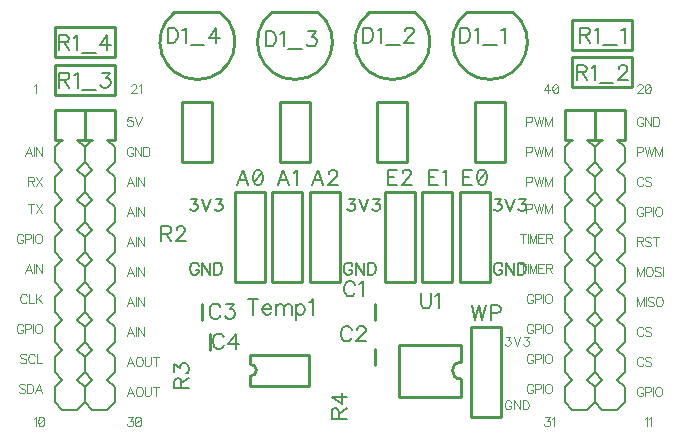
<source format=gto>
G04 DipTrace 3.2.0.1*
G04 PCBTutorial.gto*
%MOIN*%
G04 #@! TF.FileFunction,Legend,Top*
G04 #@! TF.Part,Single*
%ADD10C,0.009843*%
%ADD26C,0.008*%
%ADD27C,0.009*%
%ADD58C,0.00772*%
%ADD59C,0.006176*%
%ADD60C,0.004632*%
%ADD62C,0.003281*%
%FSLAX26Y26*%
G04*
G70*
G90*
G75*
G01*
G04 TopSilk*
%LPD*%
X1635360Y869571D2*
D10*
Y818429D1*
Y719571D2*
Y668429D1*
X1060360Y869571D2*
Y818429D1*
X1085360Y769571D2*
Y718429D1*
X1944062Y1843993D2*
X2093938D1*
X1943762Y1843768D2*
G03X2094238Y1843768I75238J-99796D01*
G01*
X1619062Y1843993D2*
X1768938D1*
X1618762Y1843768D2*
G03X1769238Y1843768I75238J-99796D01*
G01*
X1294062Y1843993D2*
X1443938D1*
X1293762Y1843768D2*
G03X1444238Y1843768I75238J-99796D01*
G01*
X969062Y1843993D2*
X1118938D1*
X968762Y1843768D2*
G03X1119238Y1843768I75238J-99796D01*
G01*
X1168995Y944019D2*
X1269000D1*
Y1243981D1*
X1168995D1*
Y944019D1*
X1293995D2*
X1394000D1*
Y1243981D1*
X1293995D1*
Y944019D1*
X1418995D2*
X1519000D1*
Y1243981D1*
X1418995D1*
Y944019D1*
X2019005Y1243981D2*
X1919000D1*
Y944019D1*
X2019005D1*
Y1243981D1*
X1894005D2*
X1794000D1*
Y944019D1*
X1894005D1*
Y1243981D1*
X1769005D2*
X1669000D1*
Y944019D1*
X1769005D1*
Y1243981D1*
X1956495Y494019D2*
X2056500D1*
Y793981D1*
X1956495D1*
Y494019D1*
X2069005Y1544012D2*
X1969000D1*
Y1343988D1*
X2069005D1*
Y1544012D1*
X1744005D2*
X1644000D1*
Y1343988D1*
X1744005D1*
Y1544012D1*
X1419005D2*
X1319000D1*
Y1343988D1*
X1419005D1*
Y1544012D1*
X1094005D2*
X994000D1*
Y1343988D1*
X1094005D1*
Y1544012D1*
X2294180Y1819000D2*
X2493820D1*
Y1719000D2*
Y1819000D1*
X2294180Y1719000D2*
X2493820D1*
X2294180D2*
Y1819000D1*
Y1694000D2*
X2493820D1*
Y1594000D2*
Y1694000D1*
X2294180Y1594000D2*
X2493820D1*
X2294180D2*
Y1694000D1*
X768820Y1569000D2*
X569180D1*
Y1669000D2*
Y1569000D1*
X768820Y1669000D2*
X569180D1*
X768820D2*
Y1569000D1*
Y1694000D2*
X569180D1*
Y1794000D2*
Y1694000D1*
X768820Y1794000D2*
X569180D1*
X768820D2*
Y1694000D1*
X1220573Y599111D2*
X1417427D1*
X1220573Y701487D2*
X1417427D1*
Y599111D2*
Y701487D1*
X1220573Y630605D2*
Y599111D1*
Y669994D2*
Y701487D1*
Y630605D2*
G03X1220573Y669994I-9J19694D01*
G01*
X1921361Y734929D2*
X1716639D1*
X1921361Y561732D2*
X1716639D1*
Y734929D2*
Y561732D1*
X1921361Y734929D2*
Y675902D1*
Y620760D2*
Y561732D1*
Y675902D2*
G03X1921361Y620760I15J-27571D01*
G01*
X669062Y844002D2*
D26*
X644047Y819002D1*
X594016D2*
X569001Y844002D1*
X644047Y1018997D2*
X669062Y993997D1*
Y943999D2*
X644047Y919000D1*
X594016D2*
X569001Y943999D1*
Y993997D1*
X594016Y1018997D1*
X669062Y894000D2*
X644047Y919000D1*
X594016D2*
X569001Y894000D1*
Y844002D2*
Y894000D1*
X669062Y1143993D2*
X644047Y1118994D1*
X594016D2*
X569001Y1143993D1*
X644047Y1118994D2*
X669062Y1093995D1*
Y1043996D2*
X644047Y1018997D1*
X594016D2*
X569001Y1043996D1*
Y1093995D1*
X594016Y1118994D1*
X644047Y1318988D2*
X669062Y1293989D1*
Y1243991D2*
X644047Y1218991D1*
X594016D2*
X569001Y1243991D1*
Y1293989D1*
X594016Y1318988D1*
X669062Y1193992D2*
X644047Y1218991D1*
X594016D2*
X569001Y1193992D1*
Y1143993D2*
Y1193992D1*
X644047Y1418986D2*
X669062Y1393986D1*
Y1343988D2*
X644047Y1318988D1*
X594016D2*
X569001Y1343988D1*
Y1393986D1*
X594016Y1418986D1*
X669062Y744004D2*
X644047Y719005D1*
X594016D2*
X569001Y744004D1*
X669062Y794003D2*
X644047Y819002D1*
X594016D2*
X569001Y794003D1*
Y744004D2*
Y794003D1*
X669062Y644007D2*
X644047Y619008D1*
X594016D2*
X569001Y644007D1*
X669062Y694006D2*
X644047Y719005D1*
X594016D2*
X569001Y694006D1*
Y644007D2*
Y694006D1*
X669062Y544010D2*
X644047Y519011D1*
X594016D1*
X569001Y544010D1*
X669062Y594009D2*
X644047Y619008D1*
X594016D2*
X569001Y594009D1*
Y544010D2*
Y594009D1*
X594016Y1418986D2*
D27*
X569001D1*
Y1518983D1*
X669062D1*
Y1418986D2*
X644047D1*
X768908Y894000D2*
D26*
Y844002D1*
X743892Y819002D1*
X694078D2*
X669062Y844002D1*
X743892Y1018997D2*
X768908Y993997D1*
Y943999D1*
X743892Y919000D1*
X694078D2*
X669062Y943999D1*
Y993997D1*
X694078Y1018997D1*
X768908Y894000D2*
X743892Y919000D1*
X694078D2*
X669062Y894000D1*
Y844002D2*
Y894000D1*
X768908Y1193992D2*
Y1143993D1*
X743892Y1118994D1*
X694078D2*
X669062Y1143993D1*
X743892Y1118994D2*
X768908Y1093995D1*
Y1043996D1*
X743892Y1018997D1*
X694078D2*
X669062Y1043996D1*
Y1093995D1*
X694078Y1118994D1*
X743892Y1318988D2*
X768908Y1293989D1*
Y1243991D1*
X743892Y1218991D1*
X694078D2*
X669062Y1243991D1*
Y1293989D1*
X694078Y1318988D1*
X768908Y1193992D2*
X743892Y1218991D1*
X694078D2*
X669062Y1193992D1*
Y1143993D2*
Y1193992D1*
X743892Y1418986D2*
X768908Y1393986D1*
Y1343988D1*
X743892Y1318988D1*
X694078D2*
X669062Y1343988D1*
Y1393986D1*
X694078Y1418986D1*
X768908Y794003D2*
Y744004D1*
X743892Y719005D1*
X694078D2*
X669062Y744004D1*
X768908Y794003D2*
X743892Y819002D1*
X694078D2*
X669062Y794003D1*
Y744004D2*
Y794003D1*
X768908Y694006D2*
Y644007D1*
X743892Y619008D1*
X694078D2*
X669062Y644007D1*
X768908Y694006D2*
X743892Y719005D1*
X694078D2*
X669062Y694006D1*
Y644007D2*
Y694006D1*
X768908Y594009D2*
Y544010D1*
X743892Y519011D1*
X694078D1*
X669062Y544010D1*
X768908Y594009D2*
X743892Y619008D1*
X694078D2*
X669062Y594009D1*
Y544010D2*
Y594009D1*
X694078Y1418986D2*
D27*
X669062D1*
Y1518983D1*
X768908D1*
Y1418986D1*
X743892D1*
X2369023Y844002D2*
D26*
X2344008Y819002D1*
X2293977D2*
X2268962Y844002D1*
X2344008Y1018997D2*
X2369023Y993997D1*
Y943999D2*
X2344008Y919000D1*
X2293977D2*
X2268962Y943999D1*
Y993997D1*
X2293977Y1018997D1*
X2369023Y894000D2*
X2344008Y919000D1*
X2293977D2*
X2268962Y894000D1*
Y844002D2*
Y894000D1*
X2369023Y1143993D2*
X2344008Y1118994D1*
X2293977D2*
X2268962Y1143993D1*
X2344008Y1118994D2*
X2369023Y1093995D1*
Y1043996D2*
X2344008Y1018997D1*
X2293977D2*
X2268962Y1043996D1*
Y1093995D1*
X2293977Y1118994D1*
X2344008Y1318988D2*
X2369023Y1293989D1*
Y1243991D2*
X2344008Y1218991D1*
X2293977D2*
X2268962Y1243991D1*
Y1293989D1*
X2293977Y1318988D1*
X2369023Y1193992D2*
X2344008Y1218991D1*
X2293977D2*
X2268962Y1193992D1*
Y1143993D2*
Y1193992D1*
X2344008Y1418986D2*
X2369023Y1393986D1*
Y1343988D2*
X2344008Y1318988D1*
X2293977D2*
X2268962Y1343988D1*
Y1393986D1*
X2293977Y1418986D1*
X2369023Y744004D2*
X2344008Y719005D1*
X2293977D2*
X2268962Y744004D1*
X2369023Y794003D2*
X2344008Y819002D1*
X2293977D2*
X2268962Y794003D1*
Y744004D2*
Y794003D1*
X2369023Y644007D2*
X2344008Y619008D1*
X2293977D2*
X2268962Y644007D1*
X2369023Y694006D2*
X2344008Y719005D1*
X2293977D2*
X2268962Y694006D1*
Y644007D2*
Y694006D1*
X2369023Y544010D2*
X2344008Y519011D1*
X2293977D1*
X2268962Y544010D1*
X2369023Y594009D2*
X2344008Y619008D1*
X2293977D2*
X2268962Y594009D1*
Y544010D2*
Y594009D1*
X2293977Y1418986D2*
D27*
X2268962D1*
Y1518983D1*
X2369023D1*
Y1418986D2*
X2344008D1*
X2469084Y894000D2*
D26*
Y844002D1*
X2444069Y819002D1*
X2394038D2*
X2369023Y844002D1*
X2444069Y1018997D2*
X2469084Y993997D1*
Y943999D1*
X2444069Y919000D1*
X2394038D2*
X2369023Y943999D1*
Y993997D1*
X2394038Y1018997D1*
X2469084Y894000D2*
X2444069Y919000D1*
X2394038D2*
X2369023Y894000D1*
Y844002D2*
Y894000D1*
X2469084Y1193992D2*
Y1143993D1*
X2444069Y1118994D1*
X2394038D2*
X2369023Y1143993D1*
X2444069Y1118994D2*
X2469084Y1093995D1*
Y1043996D1*
X2444069Y1018997D1*
X2394038D2*
X2369023Y1043996D1*
Y1093995D1*
X2394038Y1118994D1*
X2444069Y1318988D2*
X2469084Y1293989D1*
Y1243991D1*
X2444069Y1218991D1*
X2394038D2*
X2369023Y1243991D1*
Y1293989D1*
X2394038Y1318988D1*
X2469084Y1193992D2*
X2444069Y1218991D1*
X2394038D2*
X2369023Y1193992D1*
Y1143993D2*
Y1193992D1*
X2444069Y1418986D2*
X2469084Y1393986D1*
Y1343988D1*
X2444069Y1318988D1*
X2394038D2*
X2369023Y1343988D1*
Y1393986D1*
X2394038Y1418986D1*
X2469084Y794003D2*
Y744004D1*
X2444069Y719005D1*
X2394038D2*
X2369023Y744004D1*
X2469084Y794003D2*
X2444069Y819002D1*
X2394038D2*
X2369023Y794003D1*
Y744004D2*
Y794003D1*
X2469084Y694006D2*
Y644007D1*
X2444069Y619008D1*
X2394038D2*
X2369023Y644007D1*
X2469084Y694006D2*
X2444069Y719005D1*
X2394038D2*
X2369023Y694006D1*
Y644007D2*
Y694006D1*
X2469084Y594009D2*
Y544010D1*
X2444069Y519011D1*
X2394038D1*
X2369023Y544010D1*
X2469084Y594009D2*
X2444069Y619008D1*
X2394038D2*
X2369023Y594009D1*
Y544010D2*
Y594009D1*
X2394038Y1418986D2*
D27*
X2369023D1*
Y1518983D1*
X2469084D1*
Y1418986D1*
X2444069D1*
X1568702Y934812D2*
D58*
X1566325Y939566D1*
X1561516Y944374D1*
X1556763Y946751D1*
X1547202D1*
X1542393Y944374D1*
X1537640Y939566D1*
X1535208Y934812D1*
X1532832Y927627D1*
Y915634D1*
X1535208Y908504D1*
X1537640Y903696D1*
X1542393Y898942D1*
X1547202Y896511D1*
X1556763D1*
X1561516Y898942D1*
X1566325Y903696D1*
X1568702Y908504D1*
X1584141Y937134D2*
X1588949Y939566D1*
X1596134Y946695D1*
Y896511D1*
X1557952Y784812D2*
X1555575Y789566D1*
X1550767Y794374D1*
X1546013Y796751D1*
X1536452D1*
X1531643Y794374D1*
X1526890Y789566D1*
X1524458Y784812D1*
X1522082Y777627D1*
Y765634D1*
X1524458Y758504D1*
X1526890Y753696D1*
X1531643Y748942D1*
X1536452Y746511D1*
X1546013D1*
X1550767Y748942D1*
X1555575Y753696D1*
X1557952Y758504D1*
X1575823Y784757D2*
Y787134D1*
X1578199Y791942D1*
X1580576Y794319D1*
X1585384Y796695D1*
X1594946D1*
X1599699Y794319D1*
X1602076Y791942D1*
X1604508Y787134D1*
Y782381D1*
X1602076Y777572D1*
X1597323Y770442D1*
X1573391Y746511D1*
X1606884D1*
X1120452Y859812D2*
X1118075Y864566D1*
X1113267Y869374D1*
X1108513Y871751D1*
X1098952D1*
X1094143Y869374D1*
X1089390Y864566D1*
X1086958Y859812D1*
X1084582Y852627D1*
Y840634D1*
X1086958Y833504D1*
X1089390Y828696D1*
X1094143Y823942D1*
X1098952Y821511D1*
X1108513D1*
X1113267Y823942D1*
X1118075Y828696D1*
X1120452Y833504D1*
X1140699Y871695D2*
X1166952D1*
X1152638Y852572D1*
X1159823D1*
X1164576Y850196D1*
X1166952Y847819D1*
X1169384Y840634D1*
Y835881D1*
X1166952Y828696D1*
X1162199Y823887D1*
X1155014Y821511D1*
X1147829D1*
X1140699Y823887D1*
X1138323Y826319D1*
X1135891Y831072D1*
X1131763Y759812D2*
X1129387Y764566D1*
X1124578Y769374D1*
X1119825Y771751D1*
X1110263D1*
X1105455Y769374D1*
X1100702Y764566D1*
X1098270Y759812D1*
X1095893Y752627D1*
Y740634D1*
X1098270Y733504D1*
X1100702Y728696D1*
X1105455Y723942D1*
X1110263Y721511D1*
X1119825D1*
X1124578Y723942D1*
X1129387Y728696D1*
X1131763Y733504D1*
X1171134Y721511D2*
Y771695D1*
X1147203Y738257D1*
X1183072D1*
X1919385Y1792217D2*
Y1741977D1*
X1936132D1*
X1943317Y1744408D1*
X1948125Y1749162D1*
X1950502Y1753970D1*
X1952879Y1761100D1*
Y1773093D1*
X1950502Y1780278D1*
X1948125Y1785031D1*
X1943317Y1789840D1*
X1936132Y1792217D1*
X1919385D1*
X1968318Y1782600D2*
X1973126Y1785031D1*
X1980311Y1792161D1*
Y1741977D1*
X1995751Y1733686D2*
X2041182D1*
X2056621Y1782600D2*
X2061430Y1785031D1*
X2068615Y1792161D1*
Y1741977D1*
X1596135Y1792217D2*
Y1741977D1*
X1612882D1*
X1620067Y1744408D1*
X1624875Y1749162D1*
X1627252Y1753970D1*
X1629629Y1761100D1*
Y1773093D1*
X1627252Y1780278D1*
X1624875Y1785031D1*
X1620067Y1789840D1*
X1612882Y1792217D1*
X1596135D1*
X1645068Y1782600D2*
X1649876Y1785031D1*
X1657061Y1792161D1*
Y1741977D1*
X1672501Y1733686D2*
X1717932D1*
X1735803Y1780223D2*
Y1782600D1*
X1738180Y1787408D1*
X1740556Y1789785D1*
X1745365Y1792161D1*
X1754927D1*
X1759680Y1789785D1*
X1762056Y1787408D1*
X1764488Y1782600D1*
Y1777846D1*
X1762056Y1773038D1*
X1757303Y1765908D1*
X1733371Y1741977D1*
X1766865D1*
X1271135Y1779717D2*
Y1729477D1*
X1287882D1*
X1295067Y1731908D1*
X1299875Y1736662D1*
X1302252Y1741470D1*
X1304629Y1748600D1*
Y1760593D1*
X1302252Y1767778D1*
X1299875Y1772531D1*
X1295067Y1777340D1*
X1287882Y1779717D1*
X1271135D1*
X1320068Y1770100D2*
X1324876Y1772531D1*
X1332061Y1779661D1*
Y1729477D1*
X1347501Y1721186D2*
X1392932D1*
X1413180Y1779661D2*
X1439433D1*
X1425118Y1760538D1*
X1432303D1*
X1437056Y1758161D1*
X1439433Y1755785D1*
X1441865Y1748600D1*
Y1743847D1*
X1439433Y1736662D1*
X1434680Y1731853D1*
X1427495Y1729477D1*
X1420310D1*
X1413180Y1731853D1*
X1410803Y1734285D1*
X1408371Y1739038D1*
X944947Y1792217D2*
Y1741977D1*
X961694D1*
X968879Y1744408D1*
X973687Y1749162D1*
X976064Y1753970D1*
X978440Y1761100D1*
Y1773093D1*
X976064Y1780278D1*
X973687Y1785031D1*
X968879Y1789840D1*
X961694Y1792217D1*
X944947D1*
X993880Y1782600D2*
X998688Y1785031D1*
X1005873Y1792161D1*
Y1741977D1*
X1021312Y1733686D2*
X1066744D1*
X1106115Y1741977D2*
Y1792161D1*
X1082183Y1758723D1*
X1118053D1*
X1213685Y1266983D2*
X1194506Y1317223D1*
X1175383Y1266983D1*
X1182568Y1283730D2*
X1206500D1*
X1243494Y1317168D2*
X1236309Y1314791D1*
X1231500Y1307606D1*
X1229124Y1295668D1*
Y1288483D1*
X1231500Y1276545D1*
X1236309Y1269360D1*
X1243494Y1266983D1*
X1248247D1*
X1255432Y1269360D1*
X1260185Y1276545D1*
X1262617Y1288483D1*
Y1295668D1*
X1260185Y1307606D1*
X1255432Y1314791D1*
X1248247Y1317168D1*
X1243494D1*
X1260185Y1307606D2*
X1231500Y1276545D1*
X1349435Y1266983D2*
X1330256Y1317223D1*
X1311133Y1266983D1*
X1318318Y1283730D2*
X1342249D1*
X1364874Y1307606D2*
X1369682Y1310038D1*
X1376867Y1317168D1*
Y1266983D1*
X1463685D2*
X1444506Y1317223D1*
X1425383Y1266983D1*
X1432568Y1283730D2*
X1456500D1*
X1481556Y1305230D2*
Y1307606D1*
X1483932Y1312415D1*
X1486309Y1314791D1*
X1491117Y1317168D1*
X1500679D1*
X1505432Y1314791D1*
X1507809Y1312415D1*
X1510241Y1307606D1*
Y1302853D1*
X1507809Y1298045D1*
X1503056Y1290915D1*
X1479124Y1266983D1*
X1512617D1*
X1960064Y1319093D2*
X1929003D1*
Y1268853D1*
X1960064D1*
X1929003Y1295161D2*
X1948126D1*
X1989874Y1319038D2*
X1982689Y1316661D1*
X1977880Y1309476D1*
X1975504Y1297538D1*
Y1290353D1*
X1977880Y1278415D1*
X1982689Y1271230D1*
X1989874Y1268853D1*
X1994627D1*
X2001812Y1271230D1*
X2006565Y1278415D1*
X2008997Y1290353D1*
Y1297538D1*
X2006565Y1309476D1*
X2001812Y1316661D1*
X1994627Y1319038D1*
X1989874D1*
X2006565Y1309476D2*
X1977880Y1278415D1*
X1845814Y1319093D2*
X1814753D1*
Y1268853D1*
X1845814D1*
X1814753Y1295161D2*
X1833876D1*
X1861254Y1309476D2*
X1866062Y1311908D1*
X1873247Y1319038D1*
Y1268853D1*
X1710064Y1319093D2*
X1679003D1*
Y1268853D1*
X1710064D1*
X1679003Y1295161D2*
X1698126D1*
X1727936Y1307100D2*
Y1309476D1*
X1730312Y1314285D1*
X1732689Y1316661D1*
X1737497Y1319038D1*
X1747059D1*
X1751812Y1316661D1*
X1754189Y1314285D1*
X1756620Y1309476D1*
Y1304723D1*
X1754189Y1299915D1*
X1749435Y1292785D1*
X1725504Y1268853D1*
X1758997D1*
X1958102Y867223D2*
X1970095Y816983D1*
X1982034Y867223D1*
X1993972Y816983D1*
X2005965Y867223D1*
X2021405Y840915D2*
X2042960D1*
X2050090Y843291D1*
X2052521Y845723D1*
X2054898Y850476D1*
Y857661D1*
X2052521Y862415D1*
X2050090Y864846D1*
X2042960Y867223D1*
X2021405D1*
Y816983D1*
X923259Y1105693D2*
X944759D1*
X951944Y1108125D1*
X954376Y1110501D1*
X956753Y1115255D1*
Y1120063D1*
X954376Y1124816D1*
X951944Y1127248D1*
X944759Y1129625D1*
X923259D1*
Y1079385D1*
X940006Y1105693D2*
X956753Y1079385D1*
X974624Y1117631D2*
Y1120008D1*
X977001Y1124816D1*
X979377Y1127193D1*
X984186Y1129569D1*
X993747D1*
X998500Y1127193D1*
X1000877Y1124816D1*
X1003309Y1120008D1*
Y1115255D1*
X1000877Y1110446D1*
X996124Y1103316D1*
X972192Y1079385D1*
X1005685D1*
X990181Y590189D2*
Y611689D1*
X987749Y618874D1*
X985373Y621305D1*
X980620Y623682D1*
X975811D1*
X971058Y621305D1*
X968626Y618874D1*
X966249Y611689D1*
Y590189D1*
X1016489D1*
X990181Y606935D2*
X1016489Y623682D1*
X966305Y643930D2*
Y670183D1*
X985428Y655868D1*
Y663053D1*
X987805Y667806D1*
X990181Y670183D1*
X997366Y672615D1*
X1002119D1*
X1009304Y670183D1*
X1014113Y665430D1*
X1016489Y658244D1*
Y651059D1*
X1014113Y643930D1*
X1011681Y641553D1*
X1006928Y639121D1*
X1515181Y489000D2*
Y510500D1*
X1512749Y517685D1*
X1510373Y520117D1*
X1505620Y522494D1*
X1500811D1*
X1496058Y520117D1*
X1493626Y517685D1*
X1491249Y510500D1*
Y489000D1*
X1541489D1*
X1515181Y505747D2*
X1541489Y522494D1*
Y561865D2*
X1491305D1*
X1524743Y537933D1*
Y573803D1*
X2319385Y1768291D2*
X2340885D1*
X2348070Y1770723D1*
X2350502Y1773100D1*
X2352879Y1777853D1*
Y1782661D1*
X2350502Y1787415D1*
X2348070Y1789846D1*
X2340885Y1792223D1*
X2319385D1*
Y1741983D1*
X2336132Y1768291D2*
X2352879Y1741983D1*
X2368318Y1782606D2*
X2373126Y1785038D1*
X2380311Y1792168D1*
Y1741983D1*
X2395751Y1733693D2*
X2441182D1*
X2456621Y1782606D2*
X2461430Y1785038D1*
X2468615Y1792168D1*
Y1741983D1*
X2308635Y1643291D2*
X2330135D1*
X2337320Y1645723D1*
X2339752Y1648100D1*
X2342129Y1652853D1*
Y1657661D1*
X2339752Y1662415D1*
X2337320Y1664846D1*
X2330135Y1667223D1*
X2308635D1*
Y1616983D1*
X2325382Y1643291D2*
X2342129Y1616983D1*
X2357568Y1657606D2*
X2362376Y1660038D1*
X2369561Y1667168D1*
Y1616983D1*
X2385001Y1608693D2*
X2430432D1*
X2448303Y1655230D2*
Y1657606D1*
X2450680Y1662415D1*
X2453056Y1664791D1*
X2457865Y1667168D1*
X2467427D1*
X2472180Y1664791D1*
X2474556Y1662415D1*
X2476988Y1657606D1*
Y1652853D1*
X2474556Y1648045D1*
X2469803Y1640915D1*
X2445871Y1616983D1*
X2479365D1*
X583635Y1618291D2*
X605135D1*
X612320Y1620723D1*
X614752Y1623100D1*
X617129Y1627853D1*
Y1632661D1*
X614752Y1637415D1*
X612320Y1639846D1*
X605135Y1642223D1*
X583635D1*
Y1591983D1*
X600382Y1618291D2*
X617129Y1591983D1*
X632568Y1632606D2*
X637376Y1635038D1*
X644561Y1642168D1*
Y1591983D1*
X660001Y1583693D2*
X705432D1*
X725680Y1642168D2*
X751933D1*
X737618Y1623045D1*
X744803D1*
X749556Y1620668D1*
X751933Y1618291D1*
X754365Y1611106D1*
Y1606353D1*
X751933Y1599168D1*
X747180Y1594360D1*
X739995Y1591983D1*
X732810D1*
X725680Y1594360D1*
X723303Y1596792D1*
X720871Y1601545D1*
X582447Y1743291D2*
X603947D1*
X611132Y1745723D1*
X613564Y1748100D1*
X615940Y1752853D1*
Y1757661D1*
X613564Y1762415D1*
X611132Y1764846D1*
X603947Y1767223D1*
X582447D1*
Y1716983D1*
X599194Y1743291D2*
X615940Y1716983D1*
X631380Y1757606D2*
X636188Y1760038D1*
X643373Y1767168D1*
Y1716983D1*
X658812Y1708693D2*
X704244D1*
X743615Y1716983D2*
Y1767168D1*
X719683Y1733730D1*
X755553D1*
X1228650Y886022D2*
Y835782D1*
X1211903Y886022D2*
X1245396D1*
X1260836Y854906D2*
X1289521D1*
Y859714D1*
X1287144Y864522D1*
X1284767Y866899D1*
X1279959Y869276D1*
X1272774D1*
X1268021Y866899D1*
X1263212Y862091D1*
X1260836Y854906D1*
Y850152D1*
X1263212Y842967D1*
X1268021Y838214D1*
X1272774Y835782D1*
X1279959D1*
X1284767Y838214D1*
X1289521Y842967D1*
X1304960Y869276D2*
Y835782D1*
Y859714D2*
X1312145Y866899D1*
X1316953Y869276D1*
X1324083D1*
X1328892Y866899D1*
X1331268Y859714D1*
Y835782D1*
Y859714D2*
X1338453Y866899D1*
X1343262Y869276D1*
X1350391D1*
X1355200Y866899D1*
X1357632Y859714D1*
Y835782D1*
X1373071Y869276D2*
Y819036D1*
Y862091D2*
X1377879Y866844D1*
X1382633Y869276D1*
X1389818D1*
X1394626Y866844D1*
X1399379Y862091D1*
X1401811Y854906D1*
Y850097D1*
X1399379Y842967D1*
X1394626Y838159D1*
X1389818Y835782D1*
X1382633D1*
X1377879Y838159D1*
X1373071Y842967D1*
X1417250Y876405D2*
X1422059Y878837D1*
X1429244Y885967D1*
Y835782D1*
X1788537Y906593D2*
Y870723D1*
X1790914Y863538D1*
X1795722Y858785D1*
X1802907Y856353D1*
X1807660D1*
X1814845Y858785D1*
X1819654Y863538D1*
X1822030Y870723D1*
Y906593D1*
X1837470Y896976D2*
X1842278Y899408D1*
X1849463Y906538D1*
Y856353D1*
X1022847Y1220977D2*
D59*
X1043849D1*
X1032397Y1205678D1*
X1038145D1*
X1041948Y1203777D1*
X1043849Y1201876D1*
X1045795Y1196128D1*
Y1192325D1*
X1043849Y1186577D1*
X1040047Y1182730D1*
X1034299Y1180829D1*
X1028550D1*
X1022847Y1182730D1*
X1020945Y1184676D1*
X1019000Y1188478D1*
X1058146Y1221021D2*
X1073445Y1180829D1*
X1088743Y1221021D1*
X1104941Y1220977D2*
X1125944D1*
X1114492Y1205678D1*
X1120240D1*
X1124043Y1203777D1*
X1125944Y1201876D1*
X1127889Y1196128D1*
Y1192325D1*
X1125944Y1186577D1*
X1122141Y1182730D1*
X1116393Y1180829D1*
X1110645D1*
X1104941Y1182730D1*
X1103040Y1184676D1*
X1101095Y1188478D1*
X1047696Y998970D2*
X1045795Y1002773D1*
X1041948Y1006620D1*
X1038145Y1008521D1*
X1030496D1*
X1026649Y1006620D1*
X1022847Y1002773D1*
X1020901Y998970D1*
X1019000Y993222D1*
Y983628D1*
X1020901Y977924D1*
X1022847Y974077D1*
X1026649Y970274D1*
X1030496Y968329D1*
X1038145D1*
X1041948Y970274D1*
X1045795Y974077D1*
X1047696Y977924D1*
Y983628D1*
X1038145D1*
X1086842Y1008521D2*
Y968329D1*
X1060047Y1008521D1*
Y968329D1*
X1099193Y1008521D2*
Y968329D1*
X1112591D1*
X1118339Y970274D1*
X1122185Y974077D1*
X1124087Y977924D1*
X1125988Y983628D1*
Y993222D1*
X1124087Y998970D1*
X1122185Y1002773D1*
X1118339Y1006620D1*
X1112591Y1008521D1*
X1099193D1*
X1547847Y1220977D2*
X1568849D1*
X1557397Y1205678D1*
X1563145D1*
X1566948Y1203777D1*
X1568849Y1201876D1*
X1570795Y1196128D1*
Y1192325D1*
X1568849Y1186577D1*
X1565047Y1182730D1*
X1559299Y1180829D1*
X1553550D1*
X1547847Y1182730D1*
X1545945Y1184676D1*
X1544000Y1188478D1*
X1583146Y1221021D2*
X1598445Y1180829D1*
X1613743Y1221021D1*
X1629941Y1220977D2*
X1650944D1*
X1639492Y1205678D1*
X1645240D1*
X1649043Y1203777D1*
X1650944Y1201876D1*
X1652889Y1196128D1*
Y1192325D1*
X1650944Y1186577D1*
X1647141Y1182730D1*
X1641393Y1180829D1*
X1635645D1*
X1629941Y1182730D1*
X1628040Y1184676D1*
X1626095Y1188478D1*
X1560196Y998970D2*
X1558295Y1002773D1*
X1554448Y1006620D1*
X1550645Y1008521D1*
X1542996D1*
X1539149Y1006620D1*
X1535347Y1002773D1*
X1533401Y998970D1*
X1531500Y993222D1*
Y983628D1*
X1533401Y977924D1*
X1535347Y974077D1*
X1539149Y970274D1*
X1542996Y968329D1*
X1550645D1*
X1554448Y970274D1*
X1558295Y974077D1*
X1560196Y977924D1*
Y983628D1*
X1550645D1*
X1599342Y1008521D2*
Y968329D1*
X1572547Y1008521D1*
Y968329D1*
X1611693Y1008521D2*
Y968329D1*
X1625091D1*
X1630839Y970274D1*
X1634685Y974077D1*
X1636587Y977924D1*
X1638488Y983628D1*
Y993222D1*
X1636587Y998970D1*
X1634685Y1002773D1*
X1630839Y1006620D1*
X1625091Y1008521D1*
X1611693D1*
X2035347Y1220977D2*
X2056349D1*
X2044897Y1205678D1*
X2050645D1*
X2054448Y1203777D1*
X2056349Y1201876D1*
X2058295Y1196128D1*
Y1192325D1*
X2056349Y1186577D1*
X2052547Y1182730D1*
X2046799Y1180829D1*
X2041050D1*
X2035347Y1182730D1*
X2033445Y1184676D1*
X2031500Y1188478D1*
X2070646Y1221021D2*
X2085945Y1180829D1*
X2101243Y1221021D1*
X2117441Y1220977D2*
X2138444D1*
X2126992Y1205678D1*
X2132740D1*
X2136543Y1203777D1*
X2138444Y1201876D1*
X2140389Y1196128D1*
Y1192325D1*
X2138444Y1186577D1*
X2134641Y1182730D1*
X2128893Y1180829D1*
X2123145D1*
X2117441Y1182730D1*
X2115540Y1184676D1*
X2113595Y1188478D1*
X2060196Y998970D2*
X2058295Y1002773D1*
X2054448Y1006620D1*
X2050645Y1008521D1*
X2042996D1*
X2039149Y1006620D1*
X2035347Y1002773D1*
X2033401Y998970D1*
X2031500Y993222D1*
Y983628D1*
X2033401Y977924D1*
X2035347Y974077D1*
X2039149Y970274D1*
X2042996Y968329D1*
X2050645D1*
X2054448Y970274D1*
X2058295Y974077D1*
X2060196Y977924D1*
Y983628D1*
X2050645D1*
X2099342Y1008521D2*
Y968329D1*
X2072547Y1008521D1*
Y968329D1*
X2111693Y1008521D2*
Y968329D1*
X2125091D1*
X2130839Y970274D1*
X2134685Y974077D1*
X2136587Y977924D1*
X2138488Y983628D1*
Y993222D1*
X2136587Y998970D1*
X2134685Y1002773D1*
X2130839Y1006620D1*
X2125091Y1008521D1*
X2111693D1*
X2071113Y761880D2*
D60*
X2086865D1*
X2078276Y750406D1*
X2082587D1*
X2085439Y748980D1*
X2086865Y747554D1*
X2088324Y743243D1*
Y740391D1*
X2086865Y736080D1*
X2084013Y733195D1*
X2079702Y731769D1*
X2075391D1*
X2071113Y733195D1*
X2069687Y734654D1*
X2068228Y737506D1*
X2097588Y761913D2*
X2109061Y731769D1*
X2120535Y761913D1*
X2132684Y761880D2*
X2148436D1*
X2139847Y750406D1*
X2144158D1*
X2147010Y748980D1*
X2148436Y747554D1*
X2149895Y743243D1*
Y740391D1*
X2148436Y736080D1*
X2145584Y733195D1*
X2141273Y731769D1*
X2136962D1*
X2132684Y733195D1*
X2131258Y734654D1*
X2129799Y737506D1*
X2089750Y542250D2*
X2088324Y545102D1*
X2085439Y547987D1*
X2082587Y549413D1*
X2076850D1*
X2073965Y547987D1*
X2071113Y545102D1*
X2069654Y542250D1*
X2068228Y537939D1*
Y530743D1*
X2069654Y526465D1*
X2071113Y523580D1*
X2073965Y520728D1*
X2076850Y519269D1*
X2082587D1*
X2085439Y520728D1*
X2088324Y523580D1*
X2089750Y526465D1*
Y530743D1*
X2082587D1*
X2119109Y549413D2*
Y519269D1*
X2099013Y549413D1*
Y519269D1*
X2128373Y549413D2*
Y519269D1*
X2138421D1*
X2142732Y520728D1*
X2145617Y523580D1*
X2147043Y526465D1*
X2148469Y530743D1*
Y537939D1*
X2147043Y542250D1*
X2145617Y545102D1*
X2142732Y547987D1*
X2138421Y549413D1*
X2128373D1*
X492483Y1363761D2*
D62*
X480976Y1393905D1*
X469502Y1363761D1*
X473813Y1373809D2*
X488172D1*
X499045Y1393905D2*
Y1363761D1*
X525703Y1393905D2*
Y1363761D1*
X505607Y1393905D1*
Y1363761D1*
X478991Y1279549D2*
X491891D1*
X496202Y1281008D1*
X497661Y1282434D1*
X499087Y1285286D1*
Y1288171D1*
X497661Y1291023D1*
X496202Y1292482D1*
X491891Y1293908D1*
X478991D1*
Y1263764D1*
X489039Y1279549D2*
X499087Y1263764D1*
X505648Y1293908D2*
X525744Y1263764D1*
Y1293908D2*
X505648Y1263764D1*
X489039Y1203910D2*
Y1173766D1*
X478991Y1203910D2*
X499087D1*
X505648D2*
X525744Y1173766D1*
Y1203910D2*
X505648Y1173766D1*
X462990Y1096750D2*
X461564Y1099602D1*
X458679Y1102487D1*
X455827Y1103913D1*
X450090D1*
X447205Y1102487D1*
X444353Y1099602D1*
X442894Y1096750D1*
X441468Y1092439D1*
Y1085243D1*
X442894Y1080965D1*
X444353Y1078080D1*
X447205Y1075228D1*
X450090Y1073769D1*
X455827D1*
X458679Y1075228D1*
X461564Y1078080D1*
X462990Y1080965D1*
Y1085243D1*
X455827D1*
X469551Y1088128D2*
X482485D1*
X486762Y1089554D1*
X488222Y1091013D1*
X489647Y1093865D1*
Y1098176D1*
X488222Y1101028D1*
X486762Y1102487D1*
X482485Y1103913D1*
X469551D1*
Y1073769D1*
X496209Y1103913D2*
Y1073769D1*
X511393Y1103913D2*
X508508Y1102487D1*
X505656Y1099602D1*
X504197Y1096750D1*
X502771Y1092439D1*
Y1085243D1*
X504197Y1080965D1*
X505656Y1078080D1*
X508508Y1075228D1*
X511393Y1073769D1*
X517130D1*
X519982Y1075228D1*
X522867Y1078080D1*
X524293Y1080965D1*
X525719Y1085243D1*
Y1092439D1*
X524293Y1096750D1*
X522867Y1099602D1*
X519982Y1102487D1*
X517130Y1103913D1*
X511393D1*
X492483Y973772D2*
X480976Y1003916D1*
X469502Y973772D1*
X473813Y983820D2*
X488172D1*
X499045Y1003916D2*
Y973772D1*
X525703Y1003916D2*
Y973772D1*
X505607Y1003916D1*
Y973772D1*
X475282Y896756D2*
X473856Y899608D1*
X470971Y902493D1*
X468119Y903919D1*
X462382D1*
X459497Y902493D1*
X456645Y899608D1*
X455186Y896756D1*
X453760Y892445D1*
Y885249D1*
X455186Y880971D1*
X456645Y878086D1*
X459497Y875234D1*
X462382Y873775D1*
X468119D1*
X470971Y875234D1*
X473856Y878086D1*
X475282Y880971D1*
X481843Y903919D2*
Y873775D1*
X499054D1*
X505616Y903919D2*
Y873775D1*
X525712Y903919D2*
X505616Y883823D1*
X512779Y891019D2*
X525712Y873775D1*
X462990Y796758D2*
X461564Y799610D1*
X458679Y802495D1*
X455827Y803921D1*
X450090D1*
X447205Y802495D1*
X444353Y799610D1*
X442894Y796758D1*
X441468Y792447D1*
Y785251D1*
X442894Y780973D1*
X444353Y778088D1*
X447205Y775236D1*
X450090Y773777D1*
X455827D1*
X458679Y775236D1*
X461564Y778088D1*
X462990Y780973D1*
Y785251D1*
X455827D1*
X469551Y788136D2*
X482485D1*
X486762Y789562D1*
X488222Y791021D1*
X489647Y793873D1*
Y798184D1*
X488222Y801036D1*
X486762Y802495D1*
X482485Y803921D1*
X469551D1*
Y773777D1*
X496209Y803921D2*
Y773777D1*
X511393Y803921D2*
X508508Y802495D1*
X505656Y799610D1*
X504197Y796758D1*
X502771Y792447D1*
Y785251D1*
X504197Y780973D1*
X505656Y778088D1*
X508508Y775236D1*
X511393Y773777D1*
X517130D1*
X519982Y775236D1*
X522867Y778088D1*
X524293Y780973D1*
X525719Y785251D1*
Y792447D1*
X524293Y796758D1*
X522867Y799610D1*
X519982Y802495D1*
X517130Y803921D1*
X511393D1*
X473856Y699613D2*
X471004Y702498D1*
X466693Y703924D1*
X460956D1*
X456645Y702498D1*
X453760Y699613D1*
Y696761D1*
X455219Y693876D1*
X456645Y692450D1*
X459497Y691024D1*
X468119Y688139D1*
X471004Y686713D1*
X472430Y685254D1*
X473856Y682402D1*
Y678091D1*
X471004Y675239D1*
X466693Y673780D1*
X460956D1*
X456645Y675239D1*
X453760Y678091D1*
X501939Y696761D2*
X500514Y699613D1*
X497628Y702498D1*
X494777Y703924D1*
X489040D1*
X486154Y702498D1*
X483303Y699613D1*
X481843Y696761D1*
X480418Y692450D1*
Y685254D1*
X481843Y680976D1*
X483303Y678091D1*
X486154Y675239D1*
X489040Y673780D1*
X494777D1*
X497628Y675239D1*
X500514Y678091D1*
X501939Y680976D1*
X508501Y703924D2*
Y673780D1*
X525712D1*
X469543Y599616D2*
X466691Y602501D1*
X462380Y603927D1*
X456643D1*
X452332Y602501D1*
X449447Y599616D1*
Y596764D1*
X450906Y593879D1*
X452332Y592453D1*
X455184Y591027D1*
X463806Y588142D1*
X466691Y586716D1*
X468117Y585257D1*
X469543Y582405D1*
Y578094D1*
X466691Y575242D1*
X462380Y573783D1*
X456643D1*
X452332Y575242D1*
X449447Y578094D1*
X476105Y603927D2*
Y573783D1*
X486153D1*
X490464Y575242D1*
X493349Y578094D1*
X494775Y580979D1*
X496201Y585257D1*
Y592453D1*
X494775Y596764D1*
X493349Y599616D1*
X490464Y602501D1*
X486153Y603927D1*
X476105D1*
X525743Y573783D2*
X514236Y603927D1*
X502762Y573783D1*
X507073Y583831D2*
X521432D1*
X826145Y1493869D2*
X811819D1*
X810393Y1480969D1*
X811819Y1482395D1*
X816130Y1483854D1*
X820408D1*
X824719Y1482395D1*
X827604Y1479543D1*
X829030Y1475232D1*
Y1472380D1*
X827604Y1468069D1*
X824719Y1465184D1*
X820408Y1463758D1*
X816130D1*
X811819Y1465184D1*
X810393Y1466643D1*
X808934Y1469495D1*
X835591Y1493902D2*
X847065Y1463758D1*
X858539Y1493902D1*
X830456Y1386742D2*
X829030Y1389594D1*
X826145Y1392479D1*
X823293Y1393905D1*
X817556D1*
X814671Y1392479D1*
X811819Y1389594D1*
X810360Y1386742D1*
X808934Y1382431D1*
Y1375235D1*
X810360Y1370957D1*
X811819Y1368072D1*
X814671Y1365220D1*
X817556Y1363761D1*
X823293D1*
X826145Y1365220D1*
X829030Y1368072D1*
X830456Y1370957D1*
Y1375235D1*
X823293D1*
X857113Y1393905D2*
Y1363761D1*
X837017Y1393905D1*
Y1363761D1*
X863675Y1393905D2*
Y1363761D1*
X873723D1*
X878034Y1365220D1*
X880919Y1368072D1*
X882345Y1370957D1*
X883771Y1375235D1*
Y1382431D1*
X882345Y1386742D1*
X880919Y1389594D1*
X878034Y1392479D1*
X873723Y1393905D1*
X863675D1*
X831915Y1263764D2*
X820408Y1293908D1*
X808934Y1263764D1*
X813245Y1273812D2*
X827604D1*
X838476Y1293908D2*
Y1263764D1*
X865134Y1293908D2*
Y1263764D1*
X845038Y1293908D1*
Y1263764D1*
X831915Y663780D2*
X820408Y693924D1*
X808934Y663780D1*
X813245Y673828D2*
X827604D1*
X847098Y693924D2*
X844213Y692498D1*
X841361Y689613D1*
X839902Y686761D1*
X838476Y682450D1*
Y675254D1*
X839902Y670976D1*
X841361Y668091D1*
X844213Y665239D1*
X847098Y663780D1*
X852835D1*
X855687Y665239D1*
X858572Y668091D1*
X859998Y670976D1*
X861424Y675254D1*
Y682450D1*
X859998Y686761D1*
X858572Y689613D1*
X855687Y692498D1*
X852835Y693924D1*
X847098D1*
X867986D2*
Y672402D1*
X869412Y668091D1*
X872297Y665239D1*
X876608Y663780D1*
X879460D1*
X883771Y665239D1*
X886656Y668091D1*
X888082Y672402D1*
Y693924D1*
X904692D2*
Y663780D1*
X894644Y693924D2*
X914740D1*
X499046Y1598129D2*
X501931Y1599588D1*
X506242Y1603866D1*
Y1573755D1*
X823332Y1596703D2*
Y1598129D1*
X824758Y1601014D1*
X826184Y1602440D1*
X829069Y1603866D1*
X834806D1*
X837658Y1602440D1*
X839084Y1601014D1*
X840543Y1598129D1*
Y1595277D1*
X839084Y1592392D1*
X836232Y1588114D1*
X821873Y1573755D1*
X841969D1*
X848530Y1598129D2*
X851415Y1599588D1*
X855726Y1603866D1*
Y1573755D1*
X499046Y488160D2*
X501931Y489619D1*
X506242Y493897D1*
Y463786D1*
X521426Y493897D2*
X517115Y492471D1*
X514230Y488160D1*
X512804Y480997D1*
Y476686D1*
X514230Y469523D1*
X517115Y465212D1*
X521426Y463786D1*
X524278D1*
X528589Y465212D1*
X531441Y469523D1*
X532900Y476686D1*
Y480997D1*
X531441Y488160D1*
X528589Y492471D1*
X524278Y493897D1*
X521426D1*
X531441Y488160D2*
X514230Y469523D1*
X811819Y493897D2*
X827571D1*
X818982Y482423D1*
X823293D1*
X826145Y480997D1*
X827571Y479571D1*
X829030Y475260D1*
Y472408D1*
X827571Y468097D1*
X824719Y465212D1*
X820408Y463786D1*
X816097D1*
X811819Y465212D1*
X810393Y466671D1*
X808934Y469523D1*
X844213Y493897D2*
X839902Y492471D1*
X837017Y488160D1*
X835591Y480997D1*
Y476686D1*
X837017Y469523D1*
X839902Y465212D1*
X844213Y463786D1*
X847065D1*
X851376Y465212D1*
X854228Y469523D1*
X855687Y476686D1*
Y480997D1*
X854228Y488160D1*
X851376Y492471D1*
X847065Y493897D1*
X844213D1*
X854228Y488160D2*
X837017Y469523D1*
X831915Y1163767D2*
X820408Y1193911D1*
X808934Y1163767D1*
X813245Y1173815D2*
X827604D1*
X838476Y1193911D2*
Y1163767D1*
X865134Y1193911D2*
Y1163767D1*
X845038Y1193911D1*
Y1163767D1*
X831915Y1063769D2*
X820408Y1093913D1*
X808934Y1063769D1*
X813245Y1073817D2*
X827604D1*
X838476Y1093913D2*
Y1063769D1*
X865134Y1093913D2*
Y1063769D1*
X845038Y1093913D1*
Y1063769D1*
X831915Y963772D2*
X820408Y993916D1*
X808934Y963772D1*
X813245Y973820D2*
X827604D1*
X838476Y993916D2*
Y963772D1*
X865134Y993916D2*
Y963772D1*
X845038Y993916D1*
Y963772D1*
X831915Y863775D2*
X820408Y893919D1*
X808934Y863775D1*
X813245Y873823D2*
X827604D1*
X838476Y893919D2*
Y863775D1*
X865134Y893919D2*
Y863775D1*
X845038Y893919D1*
Y863775D1*
X831915Y763778D2*
X820408Y793922D1*
X808934Y763778D1*
X813245Y773826D2*
X827604D1*
X838476Y793922D2*
Y763778D1*
X865134Y793922D2*
Y763778D1*
X845038Y793922D1*
Y763778D1*
X831915Y563783D2*
X820408Y593927D1*
X808934Y563783D1*
X813245Y573831D2*
X827604D1*
X847098Y593927D2*
X844213Y592501D1*
X841361Y589616D1*
X839902Y586764D1*
X838476Y582453D1*
Y575257D1*
X839902Y570979D1*
X841361Y568094D1*
X844213Y565242D1*
X847098Y563783D1*
X852835D1*
X855687Y565242D1*
X858572Y568094D1*
X859998Y570979D1*
X861424Y575257D1*
Y582453D1*
X859998Y586764D1*
X858572Y589616D1*
X855687Y592501D1*
X852835Y593927D1*
X847098D1*
X867986D2*
Y572405D1*
X869412Y568094D1*
X872297Y565242D1*
X876608Y563783D1*
X879460D1*
X883771Y565242D1*
X886656Y568094D1*
X888082Y572405D1*
Y593927D1*
X904692D2*
Y563783D1*
X894644Y593927D2*
X914740D1*
X2213366Y1573755D2*
Y1603866D1*
X2199007Y1583803D1*
X2220529D1*
X2235712Y1603866D2*
X2231401Y1602440D1*
X2228516Y1598129D1*
X2227090Y1590966D1*
Y1586655D1*
X2228516Y1579492D1*
X2231401Y1575181D1*
X2235712Y1573755D1*
X2238564D1*
X2242875Y1575181D1*
X2245727Y1579492D1*
X2247186Y1586655D1*
Y1590966D1*
X2245727Y1598129D1*
X2242875Y1602440D1*
X2238564Y1603866D1*
X2235712D1*
X2245727Y1598129D2*
X2228516Y1579492D1*
X2510353Y1596703D2*
Y1598129D1*
X2511779Y1601014D1*
X2513205Y1602440D1*
X2516090Y1603866D1*
X2521827D1*
X2524679Y1602440D1*
X2526105Y1601014D1*
X2527564Y1598129D1*
Y1595277D1*
X2526105Y1592392D1*
X2523253Y1588114D1*
X2508894Y1573755D1*
X2528990D1*
X2544174Y1603866D2*
X2539863Y1602440D1*
X2536978Y1598129D1*
X2535552Y1590966D1*
Y1586655D1*
X2536978Y1579492D1*
X2539863Y1575181D1*
X2544174Y1573755D1*
X2547026D1*
X2551337Y1575181D1*
X2554189Y1579492D1*
X2555648Y1586655D1*
Y1590966D1*
X2554189Y1598129D1*
X2551337Y1602440D1*
X2547026Y1603866D1*
X2544174D1*
X2554189Y1598129D2*
X2536978Y1579492D1*
X2201892Y493897D2*
X2217644D1*
X2209055Y482423D1*
X2213366D1*
X2216218Y480997D1*
X2217644Y479571D1*
X2219103Y475260D1*
Y472408D1*
X2217644Y468097D1*
X2214792Y465212D1*
X2210481Y463786D1*
X2206170D1*
X2201892Y465212D1*
X2200466Y466671D1*
X2199007Y469523D1*
X2225664Y488160D2*
X2228550Y489619D1*
X2232861Y493897D1*
Y463786D1*
X2534772Y488160D2*
X2537657Y489619D1*
X2541968Y493897D1*
Y463786D1*
X2548530Y488160D2*
X2551415Y489619D1*
X2555726Y493897D1*
Y463786D1*
X2140782Y1378120D2*
X2153715D1*
X2157993Y1379546D1*
X2159452Y1381005D1*
X2160878Y1383857D1*
Y1388168D1*
X2159452Y1391020D1*
X2157993Y1392479D1*
X2153715Y1393905D1*
X2140782D1*
Y1363761D1*
X2167439Y1393905D2*
X2174635Y1363761D1*
X2181798Y1393905D1*
X2188961Y1363761D1*
X2196157Y1393905D1*
X2225667Y1363761D2*
Y1393905D1*
X2214193Y1363761D1*
X2202719Y1393905D1*
Y1363761D1*
X2140782Y1278123D2*
X2153715D1*
X2157993Y1279549D1*
X2159452Y1281008D1*
X2160878Y1283860D1*
Y1288171D1*
X2159452Y1291023D1*
X2157993Y1292482D1*
X2153715Y1293908D1*
X2140782D1*
Y1263764D1*
X2167439Y1293908D2*
X2174635Y1263764D1*
X2181798Y1293908D1*
X2188961Y1263764D1*
X2196157Y1293908D1*
X2225667Y1263764D2*
Y1293908D1*
X2214193Y1263764D1*
X2202719Y1293908D1*
Y1263764D1*
X2140782Y1188125D2*
X2153715D1*
X2157993Y1189551D1*
X2159452Y1191010D1*
X2160878Y1193862D1*
Y1198173D1*
X2159452Y1201025D1*
X2157993Y1202484D1*
X2153715Y1203910D1*
X2140782D1*
Y1173766D1*
X2167439Y1203910D2*
X2174635Y1173766D1*
X2181798Y1203910D1*
X2188961Y1173766D1*
X2196157Y1203910D1*
X2225667Y1173766D2*
Y1203910D1*
X2214193Y1173766D1*
X2202719Y1203910D1*
Y1173766D1*
X2127755Y1103913D2*
Y1073769D1*
X2117707Y1103913D2*
X2137803D1*
X2144365D2*
Y1073769D1*
X2173874D2*
Y1103913D1*
X2162400Y1073769D1*
X2150926Y1103913D1*
Y1073769D1*
X2199073Y1103913D2*
X2180436D1*
Y1073769D1*
X2199073D1*
X2180436Y1089554D2*
X2191910D1*
X2205635D2*
X2218535D1*
X2222846Y1091013D1*
X2224305Y1092439D1*
X2225731Y1095291D1*
Y1098176D1*
X2224305Y1101028D1*
X2222846Y1102487D1*
X2218535Y1103913D1*
X2205635D1*
Y1073769D1*
X2215683Y1089554D2*
X2225731Y1073769D1*
X2127755Y1003916D2*
Y973772D1*
X2117707Y1003916D2*
X2137803D1*
X2144365D2*
Y973772D1*
X2173874D2*
Y1003916D1*
X2162400Y973772D1*
X2150926Y1003916D1*
Y973772D1*
X2199073Y1003916D2*
X2180436D1*
Y973772D1*
X2199073D1*
X2180436Y989557D2*
X2191910D1*
X2205635D2*
X2218535D1*
X2222846Y991016D1*
X2224305Y992442D1*
X2225731Y995294D1*
Y998179D1*
X2224305Y1001031D1*
X2222846Y1002490D1*
X2218535Y1003916D1*
X2205635D1*
Y973772D1*
X2215683Y989557D2*
X2225731Y973772D1*
X2162950Y896756D2*
X2161525Y899608D1*
X2158639Y902493D1*
X2155788Y903919D1*
X2150051D1*
X2147165Y902493D1*
X2144314Y899608D1*
X2142854Y896756D1*
X2141429Y892445D1*
Y885249D1*
X2142854Y880971D1*
X2144314Y878086D1*
X2147165Y875234D1*
X2150051Y873775D1*
X2155788D1*
X2158639Y875234D1*
X2161525Y878086D1*
X2162950Y880971D1*
Y885249D1*
X2155788D1*
X2169512Y888134D2*
X2182445D1*
X2186723Y889560D1*
X2188182Y891019D1*
X2189608Y893871D1*
Y898182D1*
X2188182Y901033D1*
X2186723Y902493D1*
X2182445Y903919D1*
X2169512D1*
Y873775D1*
X2196170Y903919D2*
Y873775D1*
X2211354Y903919D2*
X2208468Y902493D1*
X2205617Y899608D1*
X2204157Y896756D1*
X2202732Y892445D1*
Y885249D1*
X2204157Y880971D1*
X2205617Y878086D1*
X2208468Y875234D1*
X2211354Y873775D1*
X2217091D1*
X2219942Y875234D1*
X2222828Y878086D1*
X2224253Y880971D1*
X2225679Y885249D1*
Y892445D1*
X2224253Y896756D1*
X2222828Y899608D1*
X2219942Y902493D1*
X2217091Y903919D1*
X2211354D1*
X2162950Y796758D2*
X2161525Y799610D1*
X2158639Y802495D1*
X2155788Y803921D1*
X2150051D1*
X2147165Y802495D1*
X2144314Y799610D1*
X2142854Y796758D1*
X2141429Y792447D1*
Y785251D1*
X2142854Y780973D1*
X2144314Y778088D1*
X2147165Y775236D1*
X2150051Y773777D1*
X2155788D1*
X2158639Y775236D1*
X2161525Y778088D1*
X2162950Y780973D1*
Y785251D1*
X2155788D1*
X2169512Y788136D2*
X2182445D1*
X2186723Y789562D1*
X2188182Y791021D1*
X2189608Y793873D1*
Y798184D1*
X2188182Y801036D1*
X2186723Y802495D1*
X2182445Y803921D1*
X2169512D1*
Y773777D1*
X2196170Y803921D2*
Y773777D1*
X2211354Y803921D2*
X2208468Y802495D1*
X2205617Y799610D1*
X2204157Y796758D1*
X2202732Y792447D1*
Y785251D1*
X2204157Y780973D1*
X2205617Y778088D1*
X2208468Y775236D1*
X2211354Y773777D1*
X2217091D1*
X2219942Y775236D1*
X2222828Y778088D1*
X2224253Y780973D1*
X2225679Y785251D1*
Y792447D1*
X2224253Y796758D1*
X2222828Y799610D1*
X2219942Y802495D1*
X2217091Y803921D1*
X2211354D1*
X2162950Y696761D2*
X2161525Y699613D1*
X2158639Y702498D1*
X2155788Y703924D1*
X2150051D1*
X2147165Y702498D1*
X2144314Y699613D1*
X2142854Y696761D1*
X2141429Y692450D1*
Y685254D1*
X2142854Y680976D1*
X2144314Y678091D1*
X2147165Y675239D1*
X2150051Y673780D1*
X2155788D1*
X2158639Y675239D1*
X2161525Y678091D1*
X2162950Y680976D1*
Y685254D1*
X2155788D1*
X2169512Y688139D2*
X2182445D1*
X2186723Y689565D1*
X2188182Y691024D1*
X2189608Y693876D1*
Y698187D1*
X2188182Y701039D1*
X2186723Y702498D1*
X2182445Y703924D1*
X2169512D1*
Y673780D1*
X2196170Y703924D2*
Y673780D1*
X2211354Y703924D2*
X2208468Y702498D1*
X2205617Y699613D1*
X2204157Y696761D1*
X2202732Y692450D1*
Y685254D1*
X2204157Y680976D1*
X2205617Y678091D1*
X2208468Y675239D1*
X2211354Y673780D1*
X2217091D1*
X2219942Y675239D1*
X2222828Y678091D1*
X2224253Y680976D1*
X2225679Y685254D1*
Y692450D1*
X2224253Y696761D1*
X2222828Y699613D1*
X2219942Y702498D1*
X2217091Y703924D1*
X2211354D1*
X2162950Y596764D2*
X2161525Y599616D1*
X2158639Y602501D1*
X2155788Y603927D1*
X2150051D1*
X2147165Y602501D1*
X2144314Y599616D1*
X2142854Y596764D1*
X2141429Y592453D1*
Y585257D1*
X2142854Y580979D1*
X2144314Y578094D1*
X2147165Y575242D1*
X2150051Y573783D1*
X2155788D1*
X2158639Y575242D1*
X2161525Y578094D1*
X2162950Y580979D1*
Y585257D1*
X2155788D1*
X2169512Y588142D2*
X2182445D1*
X2186723Y589568D1*
X2188182Y591027D1*
X2189608Y593879D1*
Y598190D1*
X2188182Y601042D1*
X2186723Y602501D1*
X2182445Y603927D1*
X2169512D1*
Y573783D1*
X2196170Y603927D2*
Y573783D1*
X2211354Y603927D2*
X2208468Y602501D1*
X2205617Y599616D1*
X2204157Y596764D1*
X2202732Y592453D1*
Y585257D1*
X2204157Y580979D1*
X2205617Y578094D1*
X2208468Y575242D1*
X2211354Y573783D1*
X2217091D1*
X2219942Y575242D1*
X2222828Y578094D1*
X2224253Y580979D1*
X2225679Y585257D1*
Y592453D1*
X2224253Y596764D1*
X2222828Y599616D1*
X2219942Y602501D1*
X2217091Y603927D1*
X2211354D1*
X2530416Y1486739D2*
X2528990Y1489591D1*
X2526105Y1492476D1*
X2523253Y1493902D1*
X2517516D1*
X2514631Y1492476D1*
X2511779Y1489591D1*
X2510320Y1486739D1*
X2508894Y1482428D1*
Y1475232D1*
X2510320Y1470954D1*
X2511779Y1468069D1*
X2514631Y1465217D1*
X2517516Y1463758D1*
X2523253D1*
X2526105Y1465217D1*
X2528990Y1468069D1*
X2530416Y1470954D1*
Y1475232D1*
X2523253D1*
X2557074Y1493902D2*
Y1463758D1*
X2536978Y1493902D1*
Y1463758D1*
X2563636Y1493902D2*
Y1463758D1*
X2573684D1*
X2577995Y1465217D1*
X2580880Y1468069D1*
X2582306Y1470954D1*
X2583732Y1475232D1*
Y1482428D1*
X2582306Y1486739D1*
X2580880Y1489591D1*
X2577995Y1492476D1*
X2573684Y1493902D1*
X2563636D1*
X2508894Y1378120D2*
X2521827D1*
X2526105Y1379546D1*
X2527564Y1381005D1*
X2528990Y1383857D1*
Y1388168D1*
X2527564Y1391020D1*
X2526105Y1392479D1*
X2521827Y1393905D1*
X2508894D1*
Y1363761D1*
X2535552Y1393905D2*
X2542748Y1363761D1*
X2549911Y1393905D1*
X2557074Y1363761D1*
X2564270Y1393905D1*
X2593780Y1363761D2*
Y1393905D1*
X2582306Y1363761D1*
X2570832Y1393905D1*
Y1363761D1*
X2530416Y1286745D2*
X2528990Y1289597D1*
X2526105Y1292482D1*
X2523253Y1293908D1*
X2517516D1*
X2514631Y1292482D1*
X2511779Y1289597D1*
X2510320Y1286745D1*
X2508894Y1282434D1*
Y1275238D1*
X2510320Y1270960D1*
X2511779Y1268075D1*
X2514631Y1265223D1*
X2517516Y1263764D1*
X2523253D1*
X2526105Y1265223D1*
X2528990Y1268075D1*
X2530416Y1270960D1*
X2557074Y1289597D2*
X2554222Y1292482D1*
X2549911Y1293908D1*
X2544174D1*
X2539863Y1292482D1*
X2536978Y1289597D1*
Y1286745D1*
X2538437Y1283860D1*
X2539863Y1282434D1*
X2542715Y1281008D1*
X2551337Y1278123D1*
X2554222Y1276697D1*
X2555648Y1275238D1*
X2557074Y1272386D1*
Y1268075D1*
X2554222Y1265223D1*
X2549911Y1263764D1*
X2544174D1*
X2539863Y1265223D1*
X2536978Y1268075D1*
X2530416Y686761D2*
X2528990Y689613D1*
X2526105Y692498D1*
X2523253Y693924D1*
X2517516D1*
X2514631Y692498D1*
X2511779Y689613D1*
X2510320Y686761D1*
X2508894Y682450D1*
Y675254D1*
X2510320Y670976D1*
X2511779Y668091D1*
X2514631Y665239D1*
X2517516Y663780D1*
X2523253D1*
X2526105Y665239D1*
X2528990Y668091D1*
X2530416Y670976D1*
X2557074Y689613D2*
X2554222Y692498D1*
X2549911Y693924D1*
X2544174D1*
X2539863Y692498D1*
X2536978Y689613D1*
Y686761D1*
X2538437Y683876D1*
X2539863Y682450D1*
X2542715Y681024D1*
X2551337Y678139D1*
X2554222Y676713D1*
X2555648Y675254D1*
X2557074Y672402D1*
Y668091D1*
X2554222Y665239D1*
X2549911Y663780D1*
X2544174D1*
X2539863Y665239D1*
X2536978Y668091D1*
X2530416Y1186748D2*
X2528990Y1189600D1*
X2526105Y1192485D1*
X2523253Y1193911D1*
X2517516D1*
X2514631Y1192485D1*
X2511779Y1189600D1*
X2510320Y1186748D1*
X2508894Y1182437D1*
Y1175240D1*
X2510320Y1170963D1*
X2511779Y1168078D1*
X2514631Y1165226D1*
X2517516Y1163767D1*
X2523253D1*
X2526105Y1165226D1*
X2528990Y1168078D1*
X2530416Y1170963D1*
Y1175240D1*
X2523253D1*
X2536978Y1178126D2*
X2549911D1*
X2554189Y1179552D1*
X2555648Y1181011D1*
X2557074Y1183863D1*
Y1188174D1*
X2555648Y1191025D1*
X2554189Y1192485D1*
X2549911Y1193911D1*
X2536978D1*
Y1163767D1*
X2563636Y1193911D2*
Y1163767D1*
X2578819Y1193911D2*
X2575934Y1192485D1*
X2573082Y1189600D1*
X2571623Y1186748D1*
X2570197Y1182437D1*
Y1175240D1*
X2571623Y1170963D1*
X2573082Y1168078D1*
X2575934Y1165226D1*
X2578819Y1163767D1*
X2584556D1*
X2587408Y1165226D1*
X2590293Y1168078D1*
X2591719Y1170963D1*
X2593145Y1175240D1*
Y1182437D1*
X2591719Y1186748D1*
X2590293Y1189600D1*
X2587408Y1192485D1*
X2584556Y1193911D1*
X2578819D1*
X2508894Y1079554D2*
X2521794D1*
X2526105Y1081013D1*
X2527564Y1082439D1*
X2528990Y1085291D1*
Y1088176D1*
X2527564Y1091028D1*
X2526105Y1092487D1*
X2521794Y1093913D1*
X2508894D1*
Y1063769D1*
X2518942Y1079554D2*
X2528990Y1063769D1*
X2555648Y1089602D2*
X2552796Y1092487D1*
X2548485Y1093913D1*
X2542748D1*
X2538437Y1092487D1*
X2535552Y1089602D1*
Y1086750D1*
X2537011Y1083865D1*
X2538437Y1082439D1*
X2541289Y1081013D1*
X2549911Y1078128D1*
X2552796Y1076702D1*
X2554222Y1075243D1*
X2555648Y1072391D1*
Y1068080D1*
X2552796Y1065228D1*
X2548485Y1063769D1*
X2542748D1*
X2538437Y1065228D1*
X2535552Y1068080D1*
X2572258Y1093913D2*
Y1063769D1*
X2562210Y1093913D2*
X2582306D1*
X2531842Y963772D2*
Y993916D1*
X2520368Y963772D1*
X2508894Y993916D1*
Y963772D1*
X2547026Y993916D2*
X2544141Y992490D1*
X2541289Y989605D1*
X2539830Y986753D1*
X2538404Y982442D1*
Y975246D1*
X2539830Y970968D1*
X2541289Y968083D1*
X2544141Y965231D1*
X2547026Y963772D1*
X2552763D1*
X2555615Y965231D1*
X2558500Y968083D1*
X2559926Y970968D1*
X2561352Y975246D1*
Y982442D1*
X2559926Y986753D1*
X2558500Y989605D1*
X2555615Y992490D1*
X2552763Y993916D1*
X2547026D1*
X2588010Y989605D2*
X2585158Y992490D1*
X2580847Y993916D1*
X2575110D1*
X2570799Y992490D1*
X2567914Y989605D1*
Y986753D1*
X2569373Y983868D1*
X2570799Y982442D1*
X2573650Y981016D1*
X2582273Y978131D1*
X2585158Y976705D1*
X2586584Y975246D1*
X2588010Y972394D1*
Y968083D1*
X2585158Y965231D1*
X2580847Y963772D1*
X2575110D1*
X2570799Y965231D1*
X2567914Y968083D1*
X2594571Y993916D2*
Y963772D1*
X2531842Y863775D2*
Y893919D1*
X2520368Y863775D1*
X2508894Y893919D1*
Y863775D1*
X2538404Y893919D2*
Y863775D1*
X2565062Y889608D2*
X2562210Y892493D1*
X2557899Y893919D1*
X2552162D1*
X2547851Y892493D1*
X2544966Y889608D1*
Y886756D1*
X2546425Y883871D1*
X2547851Y882445D1*
X2550703Y881019D1*
X2559325Y878134D1*
X2562210Y876708D1*
X2563636Y875249D1*
X2565062Y872397D1*
Y868086D1*
X2562210Y865234D1*
X2557899Y863775D1*
X2552162D1*
X2547851Y865234D1*
X2544966Y868086D1*
X2580245Y893919D2*
X2577360Y892493D1*
X2574508Y889608D1*
X2573049Y886756D1*
X2571623Y882445D1*
Y875249D1*
X2573049Y870971D1*
X2574508Y868086D1*
X2577360Y865234D1*
X2580245Y863775D1*
X2585982D1*
X2588834Y865234D1*
X2591719Y868086D1*
X2593145Y870971D1*
X2594571Y875249D1*
Y882445D1*
X2593145Y886756D1*
X2591719Y889608D1*
X2588834Y892493D1*
X2585982Y893919D1*
X2580245D1*
X2530416Y786759D2*
X2528990Y789611D1*
X2526105Y792496D1*
X2523253Y793922D1*
X2517516D1*
X2514631Y792496D1*
X2511779Y789611D1*
X2510320Y786759D1*
X2508894Y782448D1*
Y775252D1*
X2510320Y770974D1*
X2511779Y768089D1*
X2514631Y765237D1*
X2517516Y763778D1*
X2523253D1*
X2526105Y765237D1*
X2528990Y768089D1*
X2530416Y770974D1*
X2557074Y789611D2*
X2554222Y792496D1*
X2549911Y793922D1*
X2544174D1*
X2539863Y792496D1*
X2536978Y789611D1*
Y786759D1*
X2538437Y783874D1*
X2539863Y782448D1*
X2542715Y781022D1*
X2551337Y778137D1*
X2554222Y776711D1*
X2555648Y775252D1*
X2557074Y772400D1*
Y768089D1*
X2554222Y765237D1*
X2549911Y763778D1*
X2544174D1*
X2539863Y765237D1*
X2536978Y768089D1*
X2530416Y586764D2*
X2528990Y589616D1*
X2526105Y592501D1*
X2523253Y593927D1*
X2517516D1*
X2514631Y592501D1*
X2511779Y589616D1*
X2510320Y586764D1*
X2508894Y582453D1*
Y575257D1*
X2510320Y570979D1*
X2511779Y568094D1*
X2514631Y565242D1*
X2517516Y563783D1*
X2523253D1*
X2526105Y565242D1*
X2528990Y568094D1*
X2530416Y570979D1*
Y575257D1*
X2523253D1*
X2536978Y578142D2*
X2549911D1*
X2554189Y579568D1*
X2555648Y581027D1*
X2557074Y583879D1*
Y588190D1*
X2555648Y591042D1*
X2554189Y592501D1*
X2549911Y593927D1*
X2536978D1*
Y563783D1*
X2563636Y593927D2*
Y563783D1*
X2578819Y593927D2*
X2575934Y592501D1*
X2573082Y589616D1*
X2571623Y586764D1*
X2570197Y582453D1*
Y575257D1*
X2571623Y570979D1*
X2573082Y568094D1*
X2575934Y565242D1*
X2578819Y563783D1*
X2584556D1*
X2587408Y565242D1*
X2590293Y568094D1*
X2591719Y570979D1*
X2593145Y575257D1*
Y582453D1*
X2591719Y586764D1*
X2590293Y589616D1*
X2587408Y592501D1*
X2584556Y593927D1*
X2578819D1*
X2140782Y1478117D2*
X2153715D1*
X2157993Y1479543D1*
X2159452Y1481002D1*
X2160878Y1483854D1*
Y1488165D1*
X2159452Y1491017D1*
X2157993Y1492476D1*
X2153715Y1493902D1*
X2140782D1*
Y1463758D1*
X2167439Y1493902D2*
X2174635Y1463758D1*
X2181798Y1493902D1*
X2188961Y1463758D1*
X2196157Y1493902D1*
X2225667Y1463758D2*
Y1493902D1*
X2214193Y1463758D1*
X2202719Y1493902D1*
Y1463758D1*
M02*

</source>
